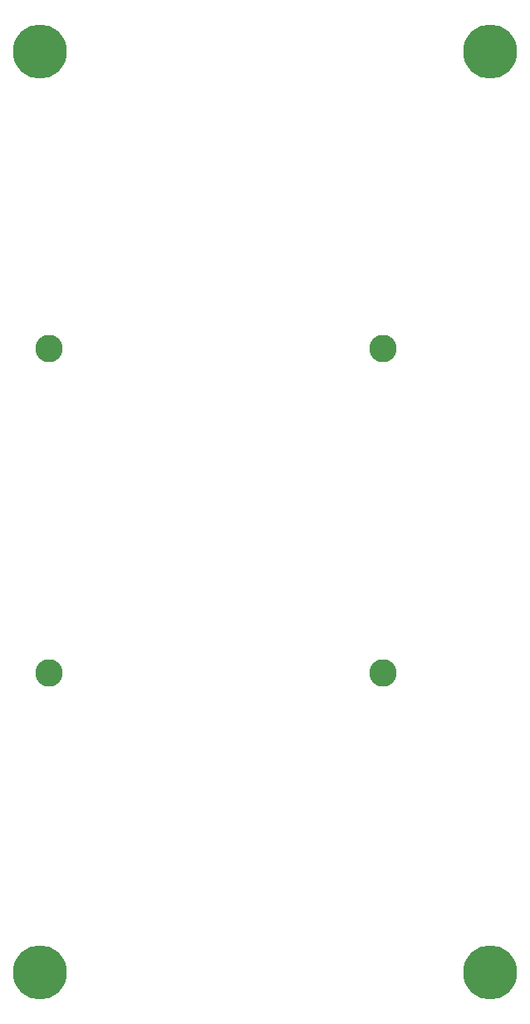
<source format=gbr>
%TF.GenerationSoftware,KiCad,Pcbnew,5.1.12-84ad8e8a86~92~ubuntu18.04.1*%
%TF.CreationDate,2022-01-08T13:00:48-05:00*%
%TF.ProjectId,remote,72656d6f-7465-42e6-9b69-6361645f7063,rev?*%
%TF.SameCoordinates,Original*%
%TF.FileFunction,Soldermask,Top*%
%TF.FilePolarity,Negative*%
%FSLAX46Y46*%
G04 Gerber Fmt 4.6, Leading zero omitted, Abs format (unit mm)*
G04 Created by KiCad (PCBNEW 5.1.12-84ad8e8a86~92~ubuntu18.04.1) date 2022-01-08 13:00:48*
%MOMM*%
%LPD*%
G01*
G04 APERTURE LIST*
%ADD10C,2.800000*%
%ADD11C,5.500000*%
G04 APERTURE END LIST*
D10*
%TO.C,H8*%
X110475000Y-93735000D03*
%TD*%
%TO.C,H7*%
X76455000Y-126755000D03*
%TD*%
%TO.C,H4*%
X110475000Y-126755000D03*
%TD*%
%TO.C,H3*%
X76455000Y-93735000D03*
%TD*%
D11*
%TO.C,H2*%
X121438960Y-157249920D03*
%TD*%
%TO.C,H6*%
X75491960Y-63491160D03*
%TD*%
%TO.C,H5*%
X121438960Y-63491160D03*
%TD*%
%TO.C,H1*%
X75491960Y-157249920D03*
%TD*%
M02*

</source>
